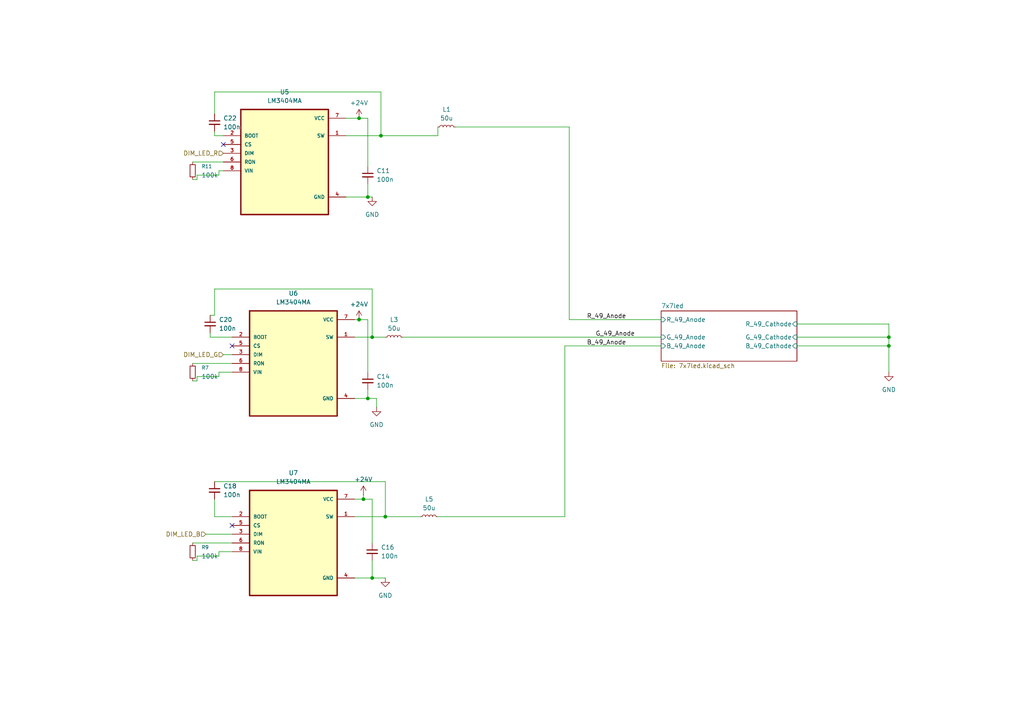
<source format=kicad_sch>
(kicad_sch (version 20250114) (generator "eeschema") (generator_version "9.0")
  (paper "A4")
  (lib_symbols
    (symbol "Device:C_Small" (pin_numbers (hide yes)) (pin_names (offset 0.254) (hide yes))
      (property "Reference" "C" (at 0.254 1.778 0))
      (property "Value" "C_Small" (at 0.254 -2.032 0))
      (symbol "C_Small_0_1"
        (polyline (pts (xy -1.524 0.508) (xy 1.524 0.508)) (stroke (width 0.3048)))
        (polyline (pts (xy -1.524 -0.508) (xy 1.524 -0.508)) (stroke (width 0.3302)))
      )
      (symbol "C_Small_1_1"
        (pin passive line (at 0 2.54 270) (length 2.032) (name "~") (number "1"))
        (pin passive line (at 0 -2.54 90) (length 2.032) (name "~") (number "2"))
      )
    )
    (symbol "Device:L_Small" (pin_numbers (hide yes)) (pin_names (offset 0.254) (hide yes))
      (property "Reference" "L" (at 0.762 1.016 0))
      (property "Value" "L_Small" (at 0.762 -1.016 0))
      (symbol "L_Small_0_1"
        (arc (start 0 2.032) (mid 0.5058 1.524) (end 0 1.016))
        (arc (start 0 1.016) (mid 0.5058 0.508) (end 0 0))
        (arc (start 0 0) (mid 0.5058 -0.508) (end 0 -1.016))
        (arc (start 0 -1.016) (mid 0.5058 -1.524) (end 0 -2.032))
      )
      (symbol "L_Small_1_1"
        (pin passive line (at 0 2.54 270) (length 0.508) (name "~") (number "1"))
        (pin passive line (at 0 -2.54 90) (length 0.508) (name "~") (number "2"))
      )
    )
    (symbol "Device:R_Small" (pin_numbers (hide yes)) (pin_names (offset 0.254) (hide yes))
      (property "Reference" "R" (at 0 0 90))
      (property "Value" "R_Small" (at 1.778 0 90))
      (symbol "R_Small_0_1"
        (rectangle (start -0.762 1.778) (end 0.762 -1.778) (stroke (width 0.2032)))
      )
      (symbol "R_Small_1_1"
        (pin passive line (at 0 2.54 270) (length 0.762) (name "~") (number "1"))
        (pin passive line (at 0 -2.54 90) (length 0.762) (name "~") (number "2"))
      )
    )
    (symbol "LM3404MA:LM3404MA" (pin_names (offset 1.016))
      (property "Reference" "U" (at -12.7 16.24 0))
      (property "Value" "LM3404MA" (at -12.7 -19.24 0))
      (symbol "LM3404MA_0_0"
        (rectangle (start -12.7 -15.24) (end 12.7 15.24) (stroke (width 0.41)) (fill (type background)))
        (pin input line (at -17.78 7.62 0) (length 5.08) (name "BOOT") (number "2"))
        (pin input line (at -17.78 5.08 0) (length 5.08) (name "CS") (number "5"))
        (pin input line (at -17.78 2.54 0) (length 5.08) (name "DIM") (number "3"))
        (pin input line (at -17.78 0 0) (length 5.08) (name "RON") (number "6"))
        (pin input line (at -17.78 -2.54 0) (length 5.08) (name "VIN") (number "8"))
        (pin power_in line (at 17.78 12.7 180) (length 5.08) (name "VCC") (number "7"))
        (pin output line (at 17.78 7.62 180) (length 5.08) (name "SW") (number "1"))
        (pin power_in line (at 17.78 -10.16 180) (length 5.08) (name "GND") (number "4"))
      )
    )
    (symbol "LM3404MA_1" (pin_names (offset 1.016))
      (property "Reference" "U" (at -12.7 16.24 0))
      (property "Value" "LM3404MA" (at -12.7 -19.24 0))
      (symbol "LM3404MA_1_0_0"
        (rectangle (start -12.7 -15.24) (end 12.7 15.24) (stroke (width 0.41)) (fill (type background)))
        (pin input line (at -17.78 7.62 0) (length 5.08) (name "BOOT") (number "2"))
        (pin input line (at -17.78 5.08 0) (length 5.08) (name "CS") (number "5"))
        (pin input line (at -17.78 2.54 0) (length 5.08) (name "DIM") (number "3"))
        (pin input line (at -17.78 0 0) (length 5.08) (name "RON") (number "6"))
        (pin input line (at -17.78 -2.54 0) (length 5.08) (name "VIN") (number "8"))
        (pin power_in line (at 17.78 12.7 180) (length 5.08) (name "VCC") (number "7"))
        (pin output line (at 17.78 7.62 180) (length 5.08) (name "SW") (number "1"))
        (pin power_in line (at 17.78 -10.16 180) (length 5.08) (name "GND") (number "4"))
      )
    )
    (symbol "power:+24V" (power) (pin_numbers (hide yes)) (pin_names (offset 0) (hide yes))
      (property "Value" "+24V" (at 0 3.556 0))
      (symbol "+24V_0_1"
        (polyline (pts (xy -0.762 1.27) (xy 0 2.54)))
        (polyline (pts (xy 0 2.54) (xy 0.762 1.27)))
        (polyline (pts (xy 0 0) (xy 0 2.54)))
      )
      (symbol "+24V_1_1"
        (pin power_in line (at 0 0 90) (length 0) (name "~") (number "1"))
      )
    )
    (symbol "power:GND" (power) (pin_numbers (hide yes)) (pin_names (offset 0) (hide yes))
      (property "Value" "GND" (at 0 -3.81 0))
      (symbol "GND_0_1"
        (polyline (pts (xy 0 0) (xy 0 -1.27) (xy 1.27 -1.27) (xy 0 -2.54) (xy -1.27 -1.27) (xy 0 -1.27)))
      )
      (symbol "GND_1_1"
        (pin power_in line (at 0 0 270) (length 0) (name "~") (number "1"))
      )
    )
  )
  (junction (at 107.95 167.64))
  (junction (at 104.14 34.29))
  (junction (at 257.81 97.79))
  (junction (at 107.95 97.79))
  (junction (at 106.68 57.15))
  (junction (at 104.14 92.71))
  (junction (at 110.49 39.37))
  (junction (at 257.81 100.33))
  (junction (at 106.68 115.57))
  (junction (at 105.41 144.78))
  (junction (at 111.76 149.86))
  (no_connect (at 67.31 152.4))
  (no_connect (at 67.31 100.33))
  (no_connect (at 64.77 41.91))
  (wire (pts (xy 104.14 92.71) (xy 106.68 92.71)))
  (wire (pts (xy 57.15 161.29) (xy 57.15 162.56)))
  (wire (pts (xy 106.68 57.15) (xy 107.95 57.15)))
  (wire (pts (xy 100.33 34.29) (xy 104.14 34.29)))
  (wire (pts (xy 102.87 92.71) (xy 104.14 92.71)))
  (wire (pts (xy 107.95 157.48) (xy 107.95 144.78)))
  (wire (pts (xy 257.81 93.98) (xy 257.81 97.79)))
  (wire (pts (xy 57.15 109.22) (xy 57.15 110.49)))
  (wire (pts (xy 116.84 97.79) (xy 191.77 97.79)))
  (wire (pts (xy 62.23 149.86) (xy 62.23 144.78)))
  (wire (pts (xy 110.49 39.37) (xy 127 39.37)))
  (wire (pts (xy 231.14 97.79) (xy 257.81 97.79)))
  (wire (pts (xy 57.15 162.56) (xy 55.88 162.56)))
  (wire (pts (xy 63.5 161.29) (xy 63.5 160.02)))
  (wire (pts (xy 55.88 105.41) (xy 67.31 105.41)))
  (wire (pts (xy 62.23 39.37) (xy 64.77 39.37)))
  (wire (pts (xy 62.23 149.86) (xy 67.31 149.86)))
  (wire (pts (xy 62.23 139.7) (xy 111.76 139.7)))
  (wire (pts (xy 60.96 97.79) (xy 60.96 96.52)))
  (wire (pts (xy 57.15 109.22) (xy 63.5 109.22)))
  (wire (pts (xy 62.23 83.82) (xy 62.23 91.44)))
  (wire (pts (xy 67.31 154.94) (xy 59.69 154.94)))
  (wire (pts (xy 111.76 149.86) (xy 121.92 149.86)))
  (wire (pts (xy 67.31 102.87) (xy 64.77 102.87)))
  (wire (pts (xy 107.95 167.64) (xy 102.87 167.64)))
  (wire (pts (xy 111.76 167.64) (xy 107.95 167.64)))
  (wire (pts (xy 62.23 91.44) (xy 60.96 91.44)))
  (wire (pts (xy 63.5 109.22) (xy 63.5 107.95)))
  (wire (pts (xy 102.87 149.86) (xy 111.76 149.86)))
  (wire (pts (xy 231.14 93.98) (xy 257.81 93.98)))
  (wire (pts (xy 107.95 83.82) (xy 107.95 97.79)))
  (wire (pts (xy 107.95 162.56) (xy 107.95 167.64)))
  (wire (pts (xy 62.23 26.67) (xy 110.49 26.67)))
  (wire (pts (xy 257.81 100.33) (xy 257.81 107.95)))
  (wire (pts (xy 60.96 97.79) (xy 67.31 97.79)))
  (wire (pts (xy 109.22 115.57) (xy 106.68 115.57)))
  (wire (pts (xy 62.23 39.37) (xy 62.23 38.1)))
  (wire (pts (xy 127 39.37) (xy 127 36.83)))
  (wire (pts (xy 110.49 26.67) (xy 110.49 39.37)))
  (wire (pts (xy 106.68 115.57) (xy 102.87 115.57)))
  (wire (pts (xy 106.68 53.34) (xy 106.68 57.15)))
  (wire (pts (xy 105.41 144.78) (xy 105.41 143.51)))
  (wire (pts (xy 57.15 52.07) (xy 55.88 52.07)))
  (wire (pts (xy 111.76 139.7) (xy 111.76 149.86)))
  (wire (pts (xy 106.68 107.95) (xy 106.68 92.71)))
  (wire (pts (xy 107.95 144.78) (xy 105.41 144.78)))
  (wire (pts (xy 257.81 97.79) (xy 257.81 100.33)))
  (wire (pts (xy 57.15 50.8) (xy 63.5 50.8)))
  (wire (pts (xy 104.14 34.29) (xy 106.68 34.29)))
  (wire (pts (xy 63.5 49.53) (xy 64.77 49.53)))
  (wire (pts (xy 55.88 46.99) (xy 64.77 46.99)))
  (wire (pts (xy 100.33 39.37) (xy 110.49 39.37)))
  (wire (pts (xy 165.1 36.83) (xy 165.1 92.71)))
  (wire (pts (xy 165.1 92.71) (xy 191.77 92.71)))
  (wire (pts (xy 106.68 113.03) (xy 106.68 115.57)))
  (wire (pts (xy 100.33 57.15) (xy 106.68 57.15)))
  (wire (pts (xy 102.87 144.78) (xy 105.41 144.78)))
  (wire (pts (xy 132.08 36.83) (xy 165.1 36.83)))
  (wire (pts (xy 62.23 83.82) (xy 107.95 83.82)))
  (wire (pts (xy 107.95 97.79) (xy 111.76 97.79)))
  (wire (pts (xy 63.5 160.02) (xy 67.31 160.02)))
  (wire (pts (xy 127 149.86) (xy 163.83 149.86)))
  (wire (pts (xy 57.15 50.8) (xy 57.15 52.07)))
  (wire (pts (xy 57.15 110.49) (xy 55.88 110.49)))
  (wire (pts (xy 231.14 100.33) (xy 257.81 100.33)))
  (wire (pts (xy 62.23 33.02) (xy 62.23 26.67)))
  (wire (pts (xy 57.15 161.29) (xy 63.5 161.29)))
  (wire (pts (xy 63.5 50.8) (xy 63.5 49.53)))
  (wire (pts (xy 63.5 107.95) (xy 67.31 107.95)))
  (wire (pts (xy 55.88 157.48) (xy 67.31 157.48)))
  (wire (pts (xy 163.83 100.33) (xy 191.77 100.33)))
  (wire (pts (xy 106.68 34.29) (xy 106.68 48.26)))
  (wire (pts (xy 102.87 97.79) (xy 107.95 97.79)))
  (wire (pts (xy 109.22 118.11) (xy 109.22 115.57)))
  (wire (pts (xy 163.83 149.86) (xy 163.83 100.33)))
  (label "G_49_Anode" (at 172.72 97.79 0))
  (label "B_49_Anode" (at 170.18 100.33 0))
  (label "R_49_Anode" (at 170.18 92.71 0))
  (hierarchical_label "DIM_LED_B" (shape input) (at 59.69 154.94 180))
  (hierarchical_label "DIM_LED_R" (shape input) (at 64.77 44.45 180))
  (hierarchical_label "DIM_LED_G" (shape input) (at 64.77 102.87 180))
  (symbol (lib_id "Device:C_Small") (at 107.95 160.02 0) (unit 1)
    (property "Reference" "C16" (at 110.49 158.7562 0) (effects (justify left)))
    (property "Value" "100n" (at 110.49 161.2962 0) (effects (justify left)))
    (property "Footprint" "Capacitor_SMD:C_0805_2012Metric" (effects (hide yes)))
    (property "Description" "Unpolarized capacitor, small symbol" (effects (hide yes)))
    (instances (project "hell" (path "" (reference "C16") (unit 1)) (path "" (reference "C17") (unit 1))))
  )
  (symbol (lib_id "Device:R_Small") (at 55.88 107.95 0) (unit 1)
    (property "Reference" "R7" (at 58.42 106.6799 0) (effects (font (size 1.016 1.016)) (justify left)))
    (property "Value" "100k" (at 58.42 109.2199 0) (effects (justify left)))
    (property "Footprint" "Resistor_SMD:R_2010_5025Metric" (effects (hide yes)))
    (property "Description" "Resistor, small symbol" (effects (hide yes)))
    (instances (project "" (path "" (reference "R7") (unit 1)) (path "" (reference "R8") (unit 1))))
  )
  (symbol (lib_id "Device:C_Small") (at 60.96 93.98 0) (unit 1)
    (property "Reference" "C20" (at 63.5 92.7162 0) (effects (justify left)))
    (property "Value" "100n" (at 63.5 95.2562 0) (effects (justify left)))
    (property "Footprint" "Capacitor_SMD:C_0805_2012Metric" (effects (hide yes)))
    (property "Description" "Unpolarized capacitor, small symbol" (effects (hide yes)))
    (instances (project "hell" (path "" (reference "C20") (unit 1)) (path "" (reference "C21") (unit 1))))
  )
  (symbol (lib_id "Device:C_Small") (at 106.68 50.8 0) (unit 1)
    (property "Reference" "C11" (at 109.22 49.5362 0) (effects (justify left)))
    (property "Value" "100n" (at 109.22 52.0762 0) (effects (justify left)))
    (property "Footprint" "Capacitor_SMD:C_0805_2012Metric" (effects (hide yes)))
    (property "Description" "Unpolarized capacitor, small symbol" (effects (hide yes)))
    (instances (project "" (path "" (reference "C11") (unit 1)) (path "" (reference "C13") (unit 1))))
  )
  (symbol (lib_name "LM3404MA_1") (lib_id "LM3404MA:LM3404MA") (at 85.09 157.48 0) (unit 1)
    (property "Reference" "U7" (at 85.09 137.16 0))
    (property "Value" "LM3404MA" (at 85.09 139.7 0))
    (property "Footprint" "LM3404MA:SOIC127P599X175-8N" (effects (hide yes)))
    (property "MF" "Texas Instruments" (effects (hide yes)))
    (property "Description_1" "LED Driver IC 1 Output DC DC Regulator Step-Down (Buck) PWM Dimming 1A 8-SOIC" (effects (hide yes)))
    (property "Package" "SOIC-8 Texas Instruments" (effects (hide yes)))
    (property "Price" "None" (effects (hide yes)))
    (property "SnapEDA_Link" "https://www.snapeda.com/parts/LM3404MA/Texas+Instruments/view-part/?ref=snap" (effects (hide yes)))
    (property "MP" "LM3404MA" (effects (hide yes)))
    (property "Availability" "In Stock" (effects (hide yes)))
    (property "Check_prices" "https://www.snapeda.com/parts/LM3404MA/Texas+Instruments/view-part/?ref=eda" (effects (hide yes)))
    (instances (project "hell" (path "" (reference "U7") (unit 1)) (path "" (reference "U10") (unit 1))))
  )
  (symbol (lib_name "LM3404MA_1") (lib_id "LM3404MA:LM3404MA") (at 85.09 105.41 0) (unit 1)
    (property "Reference" "U6" (at 85.09 85.09 0))
    (property "Value" "LM3404MA" (at 85.09 87.63 0))
    (property "Footprint" "LM3404MA:SOIC127P599X175-8N" (effects (hide yes)))
    (property "MF" "Texas Instruments" (effects (hide yes)))
    (property "Description_1" "LED Driver IC 1 Output DC DC Regulator Step-Down (Buck) PWM Dimming 1A 8-SOIC" (effects (hide yes)))
    (property "Package" "SOIC-8 Texas Instruments" (effects (hide yes)))
    (property "Price" "None" (effects (hide yes)))
    (property "SnapEDA_Link" "https://www.snapeda.com/parts/LM3404MA/Texas+Instruments/view-part/?ref=snap" (effects (hide yes)))
    (property "MP" "LM3404MA" (effects (hide yes)))
    (property "Availability" "In Stock" (effects (hide yes)))
    (property "Check_prices" "https://www.snapeda.com/parts/LM3404MA/Texas+Instruments/view-part/?ref=eda" (effects (hide yes)))
    (instances (project "hell" (path "" (reference "U6") (unit 1)) (path "" (reference "U9") (unit 1))))
  )
  (symbol (lib_id "Device:C_Small") (at 106.68 110.49 0) (unit 1)
    (property "Reference" "C14" (at 109.22 109.2262 0) (effects (justify left)))
    (property "Value" "100n" (at 109.22 111.7662 0) (effects (justify left)))
    (property "Footprint" "Capacitor_SMD:C_0805_2012Metric" (effects (hide yes)))
    (property "Description" "Unpolarized capacitor, small symbol" (effects (hide yes)))
    (instances (project "hell" (path "" (reference "C14") (unit 1)) (path "" (reference "C15") (unit 1))))
  )
  (symbol (lib_id "power:GND") (at 257.81 107.95 0) (unit 1)
    (property "Reference" "#PWR035" (effects (hide yes)))
    (property "Value" "GND" (at 257.81 113.03 0))
    (property "Description" "Power symbol creates a global label with name \"GND\" , ground" (effects (hide yes)))
    (instances (project "hell" (path "" (reference "#PWR035") (unit 1)) (path "" (reference "#PWR042") (unit 1))))
  )
  (symbol (lib_id "power:+24V") (at 105.41 143.51 0) (unit 1)
    (property "Reference" "#PWR034" (effects (hide yes)))
    (property "Value" "+24V" (at 105.41 139.065 0))
    (property "Description" "Power symbol creates a global label with name \"+24V\"" (effects (hide yes)))
    (instances (project "hell" (path "" (reference "#PWR034") (unit 1)) (path "" (reference "#PWR041") (unit 1))))
  )
  (symbol (lib_id "power:+24V") (at 104.14 34.29 0) (unit 1)
    (property "Reference" "#PWR032" (effects (hide yes)))
    (property "Value" "+24V" (at 104.14 29.845 0))
    (property "Description" "Power symbol creates a global label with name \"+24V\"" (effects (hide yes)))
    (instances (project "hell" (path "" (reference "#PWR032") (unit 1)) (path "" (reference "#PWR039") (unit 1))))
  )
  (symbol (lib_id "Device:L_Small") (at 129.54 36.83 90) (unit 1)
    (property "Reference" "L1" (at 129.54 31.75 90))
    (property "Value" "50u" (at 129.54 34.29 90))
    (property "Footprint" "Inductor_SMD:L_1210_3225Metric" (effects (hide yes)))
    (property "Description" "Inductor, small symbol" (effects (hide yes)))
    (instances (project "" (path "" (reference "L1") (unit 1)) (path "" (reference "L2") (unit 1))))
  )
  (symbol (lib_id "power:+24V") (at 104.14 92.71 0) (unit 1)
    (property "Reference" "#PWR033" (effects (hide yes)))
    (property "Value" "+24V" (at 104.14 88.265 0))
    (property "Description" "Power symbol creates a global label with name \"+24V\"" (effects (hide yes)))
    (instances (project "hell" (path "" (reference "#PWR033") (unit 1)) (path "" (reference "#PWR040") (unit 1))))
  )
  (symbol (lib_id "Device:L_Small") (at 124.46 149.86 90) (unit 1)
    (property "Reference" "L5" (at 124.46 144.78 90))
    (property "Value" "50u" (at 124.46 147.32 90))
    (property "Footprint" "Inductor_SMD:L_1210_3225Metric" (effects (hide yes)))
    (property "Description" "Inductor, small symbol" (effects (hide yes)))
    (instances (project "hell" (path "" (reference "L5") (unit 1)) (path "" (reference "L6") (unit 1))))
  )
  (symbol (lib_id "Device:C_Small") (at 62.23 35.56 0) (unit 1)
    (property "Reference" "C22" (at 64.77 34.2962 0) (effects (justify left)))
    (property "Value" "100n" (at 64.77 36.8362 0) (effects (justify left)))
    (property "Footprint" "Capacitor_SMD:C_0805_2012Metric" (effects (hide yes)))
    (property "Description" "Unpolarized capacitor, small symbol" (effects (hide yes)))
    (instances (project "hell" (path "" (reference "C22") (unit 1)) (path "" (reference "C23") (unit 1))))
  )
  (symbol (lib_id "power:GND") (at 109.22 118.11 0) (unit 1)
    (property "Reference" "#PWR030" (effects (hide yes)))
    (property "Value" "GND" (at 109.22 123.19 0))
    (property "Description" "Power symbol creates a global label with name \"GND\" , ground" (effects (hide yes)))
    (instances (project "hell" (path "" (reference "#PWR030") (unit 1)) (path "" (reference "#PWR037") (unit 1))))
  )
  (symbol (lib_id "Device:C_Small") (at 62.23 142.24 0) (unit 1)
    (property "Reference" "C18" (at 64.77 140.9762 0) (effects (justify left)))
    (property "Value" "100n" (at 64.77 143.5162 0) (effects (justify left)))
    (property "Footprint" "Capacitor_SMD:C_0805_2012Metric" (effects (hide yes)))
    (property "Description" "Unpolarized capacitor, small symbol" (effects (hide yes)))
    (instances (project "hell" (path "" (reference "C18") (unit 1)) (path "" (reference "C19") (unit 1))))
  )
  (symbol (lib_id "LM3404MA:LM3404MA") (at 82.55 46.99 0) (unit 1)
    (property "Reference" "U5" (at 82.55 26.67 0))
    (property "Value" "LM3404MA" (at 82.55 29.21 0))
    (property "Footprint" "LM3404MA:SOIC127P599X175-8N" (effects (hide yes)))
    (property "MF" "Texas Instruments" (effects (hide yes)))
    (property "Description_1" "LED Driver IC 1 Output DC DC Regulator Step-Down (Buck) PWM Dimming 1A 8-SOIC" (effects (hide yes)))
    (property "Package" "SOIC-8 Texas Instruments" (effects (hide yes)))
    (property "Price" "None" (effects (hide yes)))
    (property "SnapEDA_Link" "https://www.snapeda.com/parts/LM3404MA/Texas+Instruments/view-part/?ref=snap" (effects (hide yes)))
    (property "MP" "LM3404MA" (effects (hide yes)))
    (property "Availability" "In Stock" (effects (hide yes)))
    (property "Check_prices" "https://www.snapeda.com/parts/LM3404MA/Texas+Instruments/view-part/?ref=eda" (effects (hide yes)))
    (instances (project "" (path "" (reference "U5") (unit 1)) (path "" (reference "U8") (unit 1))))
  )
  (symbol (lib_id "power:GND") (at 111.76 167.64 0) (unit 1)
    (property "Reference" "#PWR031" (effects (hide yes)))
    (property "Value" "GND" (at 111.76 172.72 0))
    (property "Description" "Power symbol creates a global label with name \"GND\" , ground" (effects (hide yes)))
    (instances (project "hell" (path "" (reference "#PWR031") (unit 1)) (path "" (reference "#PWR038") (unit 1))))
  )
  (symbol (lib_id "Device:L_Small") (at 114.3 97.79 90) (unit 1)
    (property "Reference" "L3" (at 114.3 92.71 90))
    (property "Value" "50u" (at 114.3 95.25 90))
    (property "Footprint" "Inductor_SMD:L_1210_3225Metric" (effects (hide yes)))
    (property "Description" "Inductor, small symbol" (effects (hide yes)))
    (instances (project "hell" (path "" (reference "L3") (unit 1)) (path "" (reference "L4") (unit 1))))
  )
  (symbol (lib_id "Device:R_Small") (at 55.88 160.02 0) (unit 1)
    (property "Reference" "R9" (at 58.42 158.7499 0) (effects (font (size 1.016 1.016)) (justify left)))
    (property "Value" "100k" (at 58.42 161.2899 0) (effects (justify left)))
    (property "Footprint" "Resistor_SMD:R_2010_5025Metric" (effects (hide yes)))
    (property "Description" "Resistor, small symbol" (effects (hide yes)))
    (instances (project "hell" (path "" (reference "R9") (unit 1)) (path "" (reference "R10") (unit 1))))
  )
  (symbol (lib_id "Device:R_Small") (at 55.88 49.53 0) (unit 1)
    (property "Reference" "R11" (at 58.42 48.2599 0) (effects (font (size 1.016 1.016)) (justify left)))
    (property "Value" "100k" (at 58.42 50.7999 0) (effects (justify left)))
    (property "Footprint" "Resistor_SMD:R_2010_5025Metric" (effects (hide yes)))
    (property "Description" "Resistor, small symbol" (effects (hide yes)))
    (instances (project "hell" (path "" (reference "R11") (unit 1)) (path "" (reference "R12") (unit 1))))
  )
  (symbol (lib_id "power:GND") (at 107.95 57.15 0) (unit 1)
    (property "Reference" "#PWR029" (effects (hide yes)))
    (property "Value" "GND" (at 107.95 62.23 0))
    (property "Description" "Power symbol creates a global label with name \"GND\" , ground" (effects (hide yes)))
    (instances (project "hell" (path "" (reference "#PWR029") (unit 1)) (path "" (reference "#PWR036") (unit 1))))
  )
  (sheet (at 191.77 90.17) (size 39.37 14.605) (stroke (width 0.1524))
    (property "Sheetname" "7x7led" (at 191.77 89.4584 0) (effects (justify left bottom)))
    (property "Sheetfile" "7x7led.kicad_sch" (at 191.77 105.3596 0) (effects (justify left top)))
    (pin "B_49_Anode" input (at 191.77 100.33 180))
    (pin "G_49_Anode" input (at 191.77 97.79 180))
    (pin "R_49_Anode" input (at 191.77 92.71 180))
    (pin "B_49_Cathode" input (at 231.14 100.33 0))
    (pin "G_49_Cathode" input (at 231.14 97.79 0))
    (pin "R_49_Cathode" input (at 231.14 93.98 0))
  )
)
</source>
